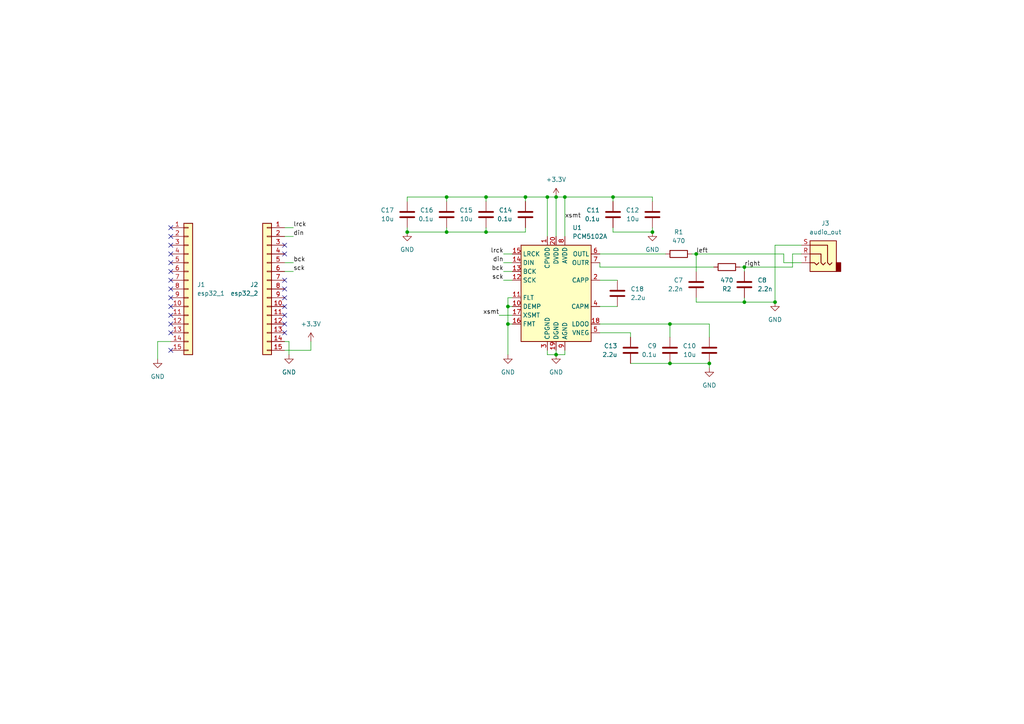
<source format=kicad_sch>
(kicad_sch (version 20230121) (generator eeschema)
  (paper "A4")
  (lib_symbols
    (symbol "Audio:PCM5102A"
      (property "Reference" "U" (at -10.16 13.97 0))
      (property "Value" "PCM5102A" (at 3.81 13.97 0))
      (symbol "PCM5102A_0_1"
        (rectangle (start -10.16 12.7) (end 10.16 -15.24) (stroke (width 0.254)) (fill (type background)))
      )
      (symbol "PCM5102A_1_1"
        (pin passive line (at -2.54 15.24 270) (length 2.54) (name "CPVDD") (number "1"))
        (pin input line (at -12.7 -5.08 0) (length 2.54) (name "DEMP") (number "10"))
        (pin input line (at -12.7 -2.54 0) (length 2.54) (name "FLT") (number "11"))
        (pin input line (at -12.7 2.54 0) (length 2.54) (name "SCK") (number "12"))
        (pin input line (at -12.7 5.08 0) (length 2.54) (name "BCK") (number "13"))
        (pin input line (at -12.7 7.62 0) (length 2.54) (name "DIN") (number "14"))
        (pin input line (at -12.7 10.16 0) (length 2.54) (name "LRCK") (number "15"))
        (pin input line (at -12.7 -10.16 0) (length 2.54) (name "FMT") (number "16"))
        (pin input line (at -12.7 -7.62 0) (length 2.54) (name "XSMT") (number "17"))
        (pin passive line (at 12.7 -10.16 180) (length 2.54) (name "LDOO") (number "18"))
        (pin power_in line (at 0 -17.78 90) (length 2.54) (name "DGND") (number "19"))
        (pin passive line (at 12.7 2.54 180) (length 2.54) (name "CAPP") (number "2"))
        (pin power_in line (at 0 15.24 270) (length 2.54) (name "DVDD") (number "20"))
        (pin power_in line (at -2.54 -17.78 90) (length 2.54) (name "CPGND") (number "3"))
        (pin passive line (at 12.7 -5.08 180) (length 2.54) (name "CAPM") (number "4"))
        (pin passive line (at 12.7 -12.7 180) (length 2.54) (name "VNEG") (number "5"))
        (pin output line (at 12.7 10.16 180) (length 2.54) (name "OUTL") (number "6"))
        (pin output line (at 12.7 7.62 180) (length 2.54) (name "OUTR") (number "7"))
        (pin power_in line (at 2.54 15.24 270) (length 2.54) (name "AVDD") (number "8"))
        (pin power_in line (at 2.54 -17.78 90) (length 2.54) (name "AGND") (number "9"))
      )
    )
    (symbol "Connector_Audio:AudioJack3"
      (property "Reference" "J3" (at -1.905 8.89 0))
      (property "Value" "audio_out" (at -1.905 6.35 0))
      (symbol "AudioJack3_0_1"
        (rectangle (start -5.08 -5.08) (end -6.35 -2.54) (stroke (width 0.254)) (fill (type outline)))
        (polyline (pts (xy 0 -2.54) (xy 0.635 -3.175) (xy 1.27 -2.54) (xy 2.54 -2.54)) (stroke (width 0.254)))
        (polyline (pts (xy -1.905 -2.54) (xy -1.27 -3.175) (xy -0.635 -2.54) (xy -0.635 0) (xy 2.54 0)) (stroke (width 0.254)))
        (polyline (pts (xy 2.54 2.54) (xy -2.54 2.54) (xy -2.54 -2.54) (xy -3.175 -3.175) (xy -3.81 -2.54)) (stroke (width 0.254)))
        (rectangle (start 2.54 3.81) (end -5.08 -5.08) (stroke (width 0.254)) (fill (type background)))
      )
      (symbol "AudioJack3_1_1"
        (pin passive line (at 5.08 0 180) (length 2.54) (name "~") (number "R"))
        (pin passive line (at 5.08 2.54 180) (length 2.54) (name "~") (number "S"))
        (pin passive line (at 5.08 -2.54 180) (length 2.54) (name "~") (number "T"))
      )
    )
    (symbol "Connector_Generic:Conn_01x15" (pin_names (offset 1.016) hide)
      (property "Reference" "J" (at 0 20.32 0))
      (property "Value" "Conn_01x15" (at 0 -20.32 0))
      (symbol "Conn_01x15_1_1"
        (rectangle (start -1.27 -17.653) (end 0 -17.907) (stroke (width 0.1524)))
        (rectangle (start -1.27 -15.113) (end 0 -15.367) (stroke (width 0.1524)))
        (rectangle (start -1.27 -12.573) (end 0 -12.827) (stroke (width 0.1524)))
        (rectangle (start -1.27 -10.033) (end 0 -10.287) (stroke (width 0.1524)))
        (rectangle (start -1.27 -7.493) (end 0 -7.747) (stroke (width 0.1524)))
        (rectangle (start -1.27 -4.953) (end 0 -5.207) (stroke (width 0.1524)))
        (rectangle (start -1.27 -2.413) (end 0 -2.667) (stroke (width 0.1524)))
        (rectangle (start -1.27 0.127) (end 0 -0.127) (stroke (width 0.1524)))
        (rectangle (start -1.27 2.667) (end 0 2.413) (stroke (width 0.1524)))
        (rectangle (start -1.27 5.207) (end 0 4.953) (stroke (width 0.1524)))
        (rectangle (start -1.27 7.747) (end 0 7.493) (stroke (width 0.1524)))
        (rectangle (start -1.27 10.287) (end 0 10.033) (stroke (width 0.1524)))
        (rectangle (start -1.27 12.827) (end 0 12.573) (stroke (width 0.1524)))
        (rectangle (start -1.27 15.367) (end 0 15.113) (stroke (width 0.1524)))
        (rectangle (start -1.27 17.907) (end 0 17.653) (stroke (width 0.1524)))
        (rectangle (start -1.27 19.05) (end 1.27 -19.05) (stroke (width 0.254)) (fill (type background)))
        (pin passive line (at -5.08 17.78 0) (length 3.81) (name "Pin_1") (number "1"))
        (pin passive line (at -5.08 -5.08 0) (length 3.81) (name "Pin_10") (number "10"))
        (pin passive line (at -5.08 -7.62 0) (length 3.81) (name "Pin_11") (number "11"))
        (pin passive line (at -5.08 -10.16 0) (length 3.81) (name "Pin_12") (number "12"))
        (pin passive line (at -5.08 -12.7 0) (length 3.81) (name "Pin_13") (number "13"))
        (pin passive line (at -5.08 -15.24 0) (length 3.81) (name "Pin_14") (number "14"))
        (pin passive line (at -5.08 -17.78 0) (length 3.81) (name "Pin_15") (number "15"))
        (pin passive line (at -5.08 15.24 0) (length 3.81) (name "Pin_2") (number "2"))
        (pin passive line (at -5.08 12.7 0) (length 3.81) (name "Pin_3") (number "3"))
        (pin passive line (at -5.08 10.16 0) (length 3.81) (name "Pin_4") (number "4"))
        (pin passive line (at -5.08 7.62 0) (length 3.81) (name "Pin_5") (number "5"))
        (pin passive line (at -5.08 5.08 0) (length 3.81) (name "Pin_6") (number "6"))
        (pin passive line (at -5.08 2.54 0) (length 3.81) (name "Pin_7") (number "7"))
        (pin passive line (at -5.08 0 0) (length 3.81) (name "Pin_8") (number "8"))
        (pin passive line (at -5.08 -2.54 0) (length 3.81) (name "Pin_9") (number "9"))
      )
    )
    (symbol "Device:C" (pin_numbers hide) (pin_names (offset 0.254))
      (property "Reference" "C" (at 0.635 2.54 0))
      (property "Value" "C" (at 0.635 -2.54 0))
      (symbol "C_0_1"
        (polyline (pts (xy -2.032 -0.762) (xy 2.032 -0.762)) (stroke (width 0.508)))
        (polyline (pts (xy -2.032 0.762) (xy 2.032 0.762)) (stroke (width 0.508)))
      )
      (symbol "C_1_1"
        (pin passive line (at 0 3.81 270) (length 2.794) (name "~") (number "1"))
        (pin passive line (at 0 -3.81 90) (length 2.794) (name "~") (number "2"))
      )
    )
    (symbol "Device:R" (pin_numbers hide) (pin_names (offset 0))
      (property "Reference" "R" (at 2.032 0 90))
      (property "Value" "R" (at 0 0 90))
      (symbol "R_0_1"
        (rectangle (start -1.016 -2.54) (end 1.016 2.54) (stroke (width 0.254)))
      )
      (symbol "R_1_1"
        (pin passive line (at 0 3.81 270) (length 1.27) (name "~") (number "1"))
        (pin passive line (at 0 -3.81 90) (length 1.27) (name "~") (number "2"))
      )
    )
    (symbol "power:+3.3V" (power) (pin_names (offset 0))
      (property "Value" "+3.3V" (at 0 3.556 0))
      (symbol "+3.3V_0_1"
        (polyline (pts (xy -0.762 1.27) (xy 0 2.54)))
        (polyline (pts (xy 0 0) (xy 0 2.54)))
        (polyline (pts (xy 0 2.54) (xy 0.762 1.27)))
      )
      (symbol "+3.3V_1_1"
        (pin power_in line (at 0 0 90) (length 0) hide (name "+3.3V") (number "1"))
      )
    )
    (symbol "power:GND" (power) (pin_names (offset 0))
      (property "Value" "GND" (at 0 -3.81 0))
      (symbol "GND_0_1"
        (polyline (pts (xy 0 0) (xy 0 -1.27) (xy 1.27 -1.27) (xy 0 -2.54) (xy -1.27 -1.27) (xy 0 -1.27)))
      )
      (symbol "GND_1_1"
        (pin power_in line (at 0 0 270) (length 0) hide (name "GND") (number "1"))
      )
    )
  )
  (junction (at 189.23 67.31))
  (junction (at 224.79 87.63))
  (junction (at 140.97 57.15))
  (junction (at 215.9 87.63))
  (junction (at 194.31 93.98))
  (junction (at 201.93 73.66))
  (junction (at 163.83 57.15))
  (junction (at 147.32 93.98))
  (junction (at 147.32 88.9))
  (junction (at 158.75 57.15))
  (junction (at 194.31 105.41))
  (junction (at 205.74 105.41))
  (junction (at 129.54 67.31))
  (junction (at 140.97 67.31))
  (junction (at 152.4 57.15))
  (junction (at 129.54 57.15))
  (junction (at 118.11 67.31))
  (junction (at 177.8 57.15))
  (junction (at 161.29 102.87))
  (junction (at 215.9 77.47))
  (junction (at 161.29 57.15))
  (no_connect (at 82.55 96.52))
  (no_connect (at 82.55 91.44))
  (no_connect (at 82.55 86.36))
  (no_connect (at 49.53 68.58))
  (no_connect (at 49.53 101.6))
  (no_connect (at 49.53 83.82))
  (no_connect (at 82.55 93.98))
  (no_connect (at 49.53 78.74))
  (no_connect (at 49.53 93.98))
  (no_connect (at 49.53 81.28))
  (no_connect (at 82.55 83.82))
  (no_connect (at 49.53 86.36))
  (no_connect (at 49.53 88.9))
  (no_connect (at 82.55 71.12))
  (no_connect (at 49.53 76.2))
  (no_connect (at 49.53 73.66))
  (no_connect (at 82.55 81.28))
  (no_connect (at 82.55 73.66))
  (no_connect (at 82.55 88.9))
  (no_connect (at 49.53 96.52))
  (no_connect (at 49.53 66.04))
  (no_connect (at 49.53 91.44))
  (no_connect (at 49.53 71.12))
  (wire (pts (xy 205.74 97.79) (xy 205.74 93.98)))
  (wire (pts (xy 215.9 77.47) (xy 214.63 77.47)))
  (wire (pts (xy 163.83 57.15) (xy 163.83 68.58)))
  (wire (pts (xy 215.9 87.63) (xy 215.9 86.36)))
  (wire (pts (xy 189.23 67.31) (xy 189.23 66.04)))
  (wire (pts (xy 45.72 99.06) (xy 49.53 99.06)))
  (wire (pts (xy 161.29 57.15) (xy 158.75 57.15)))
  (wire (pts (xy 148.59 93.98) (xy 147.32 93.98)))
  (wire (pts (xy 82.55 99.06) (xy 83.82 99.06)))
  (wire (pts (xy 215.9 87.63) (xy 224.79 87.63)))
  (wire (pts (xy 158.75 57.15) (xy 158.75 68.58)))
  (wire (pts (xy 144.78 91.44) (xy 148.59 91.44)))
  (wire (pts (xy 232.41 73.66) (xy 229.87 73.66)))
  (wire (pts (xy 83.82 99.06) (xy 83.82 102.87)))
  (wire (pts (xy 194.31 105.41) (xy 205.74 105.41)))
  (wire (pts (xy 152.4 67.31) (xy 140.97 67.31)))
  (wire (pts (xy 200.66 73.66) (xy 201.93 73.66)))
  (wire (pts (xy 146.05 78.74) (xy 148.59 78.74)))
  (wire (pts (xy 177.8 57.15) (xy 177.8 58.42)))
  (wire (pts (xy 177.8 67.31) (xy 189.23 67.31)))
  (wire (pts (xy 147.32 86.36) (xy 147.32 88.9)))
  (wire (pts (xy 189.23 57.15) (xy 177.8 57.15)))
  (wire (pts (xy 229.87 77.47) (xy 215.9 77.47)))
  (wire (pts (xy 158.75 57.15) (xy 152.4 57.15)))
  (wire (pts (xy 161.29 101.6) (xy 161.29 102.87)))
  (wire (pts (xy 146.05 76.2) (xy 148.59 76.2)))
  (wire (pts (xy 90.17 99.06) (xy 90.17 101.6)))
  (wire (pts (xy 140.97 66.04) (xy 140.97 67.31)))
  (wire (pts (xy 201.93 87.63) (xy 215.9 87.63)))
  (wire (pts (xy 85.09 68.58) (xy 82.55 68.58)))
  (wire (pts (xy 182.88 97.79) (xy 182.88 96.52)))
  (wire (pts (xy 129.54 57.15) (xy 129.54 58.42)))
  (wire (pts (xy 152.4 66.04) (xy 152.4 67.31)))
  (wire (pts (xy 177.8 66.04) (xy 177.8 67.31)))
  (wire (pts (xy 229.87 73.66) (xy 229.87 77.47)))
  (wire (pts (xy 85.09 78.74) (xy 82.55 78.74)))
  (wire (pts (xy 173.99 96.52) (xy 182.88 96.52)))
  (wire (pts (xy 194.31 93.98) (xy 194.31 97.79)))
  (wire (pts (xy 152.4 57.15) (xy 140.97 57.15)))
  (wire (pts (xy 140.97 57.15) (xy 140.97 58.42)))
  (wire (pts (xy 161.29 102.87) (xy 158.75 102.87)))
  (wire (pts (xy 163.83 101.6) (xy 163.83 102.87)))
  (wire (pts (xy 129.54 67.31) (xy 118.11 67.31)))
  (wire (pts (xy 232.41 76.2) (xy 227.33 76.2)))
  (wire (pts (xy 129.54 66.04) (xy 129.54 67.31)))
  (wire (pts (xy 118.11 67.31) (xy 118.11 66.04)))
  (wire (pts (xy 146.05 81.28) (xy 148.59 81.28)))
  (wire (pts (xy 85.09 76.2) (xy 82.55 76.2)))
  (wire (pts (xy 152.4 57.15) (xy 152.4 58.42)))
  (wire (pts (xy 147.32 88.9) (xy 148.59 88.9)))
  (wire (pts (xy 194.31 93.98) (xy 205.74 93.98)))
  (wire (pts (xy 205.74 106.68) (xy 205.74 105.41)))
  (wire (pts (xy 158.75 102.87) (xy 158.75 101.6)))
  (wire (pts (xy 215.9 78.74) (xy 215.9 77.47)))
  (wire (pts (xy 85.09 66.04) (xy 82.55 66.04)))
  (wire (pts (xy 148.59 86.36) (xy 147.32 86.36)))
  (wire (pts (xy 140.97 57.15) (xy 129.54 57.15)))
  (wire (pts (xy 118.11 57.15) (xy 118.11 58.42)))
  (wire (pts (xy 173.99 88.9) (xy 179.07 88.9)))
  (wire (pts (xy 163.83 102.87) (xy 161.29 102.87)))
  (wire (pts (xy 173.99 77.47) (xy 173.99 76.2)))
  (wire (pts (xy 227.33 76.2) (xy 227.33 73.66)))
  (wire (pts (xy 140.97 67.31) (xy 129.54 67.31)))
  (wire (pts (xy 173.99 77.47) (xy 207.01 77.47)))
  (wire (pts (xy 161.29 57.15) (xy 161.29 68.58)))
  (wire (pts (xy 163.83 57.15) (xy 161.29 57.15)))
  (wire (pts (xy 45.72 104.14) (xy 45.72 99.06)))
  (wire (pts (xy 201.93 73.66) (xy 201.93 78.74)))
  (wire (pts (xy 232.41 71.12) (xy 224.79 71.12)))
  (wire (pts (xy 173.99 93.98) (xy 194.31 93.98)))
  (wire (pts (xy 90.17 101.6) (xy 82.55 101.6)))
  (wire (pts (xy 146.05 73.66) (xy 148.59 73.66)))
  (wire (pts (xy 182.88 105.41) (xy 194.31 105.41)))
  (wire (pts (xy 189.23 58.42) (xy 189.23 57.15)))
  (wire (pts (xy 129.54 57.15) (xy 118.11 57.15)))
  (wire (pts (xy 177.8 57.15) (xy 163.83 57.15)))
  (wire (pts (xy 147.32 93.98) (xy 147.32 102.87)))
  (wire (pts (xy 224.79 71.12) (xy 224.79 87.63)))
  (wire (pts (xy 147.32 88.9) (xy 147.32 93.98)))
  (wire (pts (xy 227.33 73.66) (xy 201.93 73.66)))
  (wire (pts (xy 173.99 73.66) (xy 193.04 73.66)))
  (wire (pts (xy 173.99 81.28) (xy 179.07 81.28)))
  (wire (pts (xy 201.93 87.63) (xy 201.93 86.36)))
  (label "din" (at 85.09 68.58 0))
  (label "sck" (at 146.05 81.28 180))
  (label "lrck" (at 85.09 66.04 0))
  (label "xsmt" (at 163.83 63.5 0))
  (label "right" (at 215.9 77.47 0))
  (label "bck" (at 85.09 76.2 0))
  (label "sck" (at 85.09 78.74 0))
  (label "din" (at 146.05 76.2 180))
  (label "xsmt" (at 144.78 91.44 180))
  (label "lrck" (at 146.05 73.66 180))
  (label "left" (at 201.93 73.66 0))
  (label "bck" (at 146.05 78.74 180))
  (symbol (lib_id "Audio:PCM5102A") (at 161.29 83.82 0) (unit 1)
    (property "Reference" "U1" (at 166.0241 66.04 0) (effects (justify left)))
    (property "Value" "PCM5102A" (at 166.0241 68.58 0) (effects (justify left)))
    (property "Footprint" "Package_SO:TSSOP-20_4.4x6.5mm_P0.65mm" (effects hide))
    (property "Datasheet" "https://www.ti.com/lit/ds/symlink/pcm5102a.pdf" (effects hide))
    (property "Link" "https://jlcpcb.com/partdetail/TexasInstruments-PCM5102APWR/C107671" (effects hide))
    (property "Unit Price" " $1.4820 " (effects hide))
  )
  (symbol (lib_id "Connector_Generic:Conn_01x15") (at 54.61 83.82 0) (unit 1)
    (property "Reference" "J1" (at 57.15 82.55 0) (effects (justify left)))
    (property "Value" "esp32_1" (at 57.15 85.09 0) (effects (justify left)))
    (property "Footprint" "Connector_PinSocket_2.54mm:PinSocket_1x15_P2.54mm_Vertical" (effects hide))
    (property "Link" "https://jlcpcb.com/partdetail/Hctl-PM254_1_15_Z_85/C2897378" (effects hide))
    (property "Unit Price" " $0.2109 " (effects hide))
  )
  (symbol (lib_id "power:GND") (at 189.23 67.31 0) (unit 1)
    (property "Reference" "#PWR011" (effects hide))
    (property "Value" "GND" (at 189.23 72.39 0))
  )
  (symbol (lib_id "Device:R") (at 210.82 77.47 90) (mirror x) (unit 1)
    (property "Reference" "R2" (at 210.82 83.82 90))
    (property "Value" "470" (at 210.82 81.28 90))
    (property "Footprint" "R_0805_2012Metric" (effects hide))
    (property "Link" "https://jlcpcb.com/partdetail/Kamaya-RMC1_10471JTP/C908864" (effects hide))
    (property "Unit Price" "$0.0019" (effects hide))
  )
  (symbol (lib_id "Device:C") (at 129.54 62.23 0) (unit 1)
    (property "Reference" "C16" (at 125.73 60.96 0) (effects (justify right)))
    (property "Value" "0.1u" (at 125.73 63.5 0) (effects (justify right)))
    (property "Footprint" "C_0805_2012Metric" (effects hide))
    (property "Link" "https://jlcpcb.com/partdetail/Walsin_TechCorp-0805B104K101CT/C77456" (effects hide))
    (property "Unit Price" " $0.0045 " (effects hide))
  )
  (symbol (lib_id "power:GND") (at 224.79 87.63 0) (unit 1)
    (property "Reference" "#PWR09" (effects hide))
    (property "Value" "GND" (at 224.79 92.71 0))
  )
  (symbol (lib_id "power:GND") (at 45.72 104.14 0) (unit 1)
    (property "Reference" "#PWR05" (effects hide))
    (property "Value" "GND" (at 45.72 109.22 0))
  )
  (symbol (lib_id "Device:C") (at 152.4 62.23 0) (unit 1)
    (property "Reference" "C14" (at 148.59 60.96 0) (effects (justify right)))
    (property "Value" "0.1u" (at 148.59 63.5 0) (effects (justify right)))
    (property "Footprint" "C_0805_2012Metric" (effects hide))
    (property "Link" "https://jlcpcb.com/partdetail/Walsin_TechCorp-0805B104K101CT/C77456" (effects hide))
    (property "Unit Price" " $0.0045 " (effects hide))
  )
  (symbol (lib_id "Device:C") (at 194.31 101.6 0) (unit 1)
    (property "Reference" "C9" (at 190.5 100.33 0) (effects (justify right)))
    (property "Value" "0.1u" (at 190.5 102.87 0) (effects (justify right)))
    (property "Footprint" "C_0805_2012Metric" (effects hide))
    (property "Link" "https://jlcpcb.com/partdetail/Walsin_TechCorp-0805B104K101CT/C77456" (effects hide))
    (property "Unit Price" " $0.0045 " (effects hide))
  )
  (symbol (lib_id "Device:C") (at 182.88 101.6 0) (unit 1)
    (property "Reference" "C13" (at 179.07 100.33 0) (effects (justify right)))
    (property "Value" "2.2u" (at 179.07 102.87 0) (effects (justify right)))
    (property "Footprint" "C_0805_2012Metric" (effects hide))
    (property "Link" "https://jlcpcb.com/partdetail/19814-CL21B225KAFNNNE/C19110" (effects hide))
    (property "Unit Price" " $0.0128 " (effects hide))
  )
  (symbol (lib_id "Device:C") (at 177.8 62.23 0) (unit 1)
    (property "Reference" "C11" (at 173.99 60.96 0) (effects (justify right)))
    (property "Value" "0.1u" (at 173.99 63.5 0) (effects (justify right)))
    (property "Footprint" "C_0805_2012Metric" (effects hide))
    (property "Link" "https://jlcpcb.com/partdetail/Walsin_TechCorp-0805B104K101CT/C77456" (effects hide))
    (property "Unit Price" " $0.0045 " (effects hide))
  )
  (symbol (lib_id "power:GND") (at 161.29 102.87 0) (unit 1)
    (property "Reference" "#PWR01" (effects hide))
    (property "Value" "GND" (at 161.29 107.95 0))
  )
  (symbol (lib_id "power:+3.3V") (at 161.29 57.15 0) (unit 1)
    (property "Reference" "#PWR02" (effects hide))
    (property "Value" "+3.3V" (at 161.29 52.07 0))
  )
  (symbol (lib_id "Device:C") (at 118.11 62.23 0) (unit 1)
    (property "Reference" "C17" (at 114.3 60.96 0) (effects (justify right)))
    (property "Value" "10u" (at 114.3 63.5 0) (effects (justify right)))
    (property "Footprint" "C_0805_2012Metric" (effects hide))
    (property "Link" "https://jlcpcb.com/partdetail/MurataElectronics-GRM21BR61E106KA73L/C84416" (effects hide))
    (property "Unit Price" " $0.0168 " (effects hide))
  )
  (symbol (lib_id "power:GND") (at 205.74 106.68 0) (unit 1)
    (property "Reference" "#PWR010" (effects hide))
    (property "Value" "GND" (at 205.74 111.76 0))
  )
  (symbol (lib_id "Device:C") (at 205.74 101.6 0) (unit 1)
    (property "Reference" "C10" (at 201.93 100.33 0) (effects (justify right)))
    (property "Value" "10u" (at 201.93 102.87 0) (effects (justify right)))
    (property "Footprint" "C_0805_2012Metric" (effects hide))
    (property "Link" "https://jlcpcb.com/partdetail/MurataElectronics-GRM21BR61E106KA73L/C84416" (effects hide))
    (property "Unit Price" " $0.0168 " (effects hide))
  )
  (symbol (lib_id "Device:C") (at 201.93 82.55 0) (unit 1)
    (property "Reference" "C7" (at 198.12 81.28 0) (effects (justify right)))
    (property "Value" "2.2n" (at 198.12 83.82 0) (effects (justify right)))
    (property "Footprint" "C_0805_2012Metric" (effects hide))
    (property "Link" "https://jlcpcb.com/partdetail/Walsin_TechCorp-0805N222J101CT/C2875527" (effects hide))
    (property "Unit Price" " $0.0188 " (effects hide))
  )
  (symbol (lib_id "Device:C") (at 215.9 82.55 0) (mirror y) (unit 1)
    (property "Reference" "C8" (at 219.71 81.28 0) (effects (justify right)))
    (property "Value" "2.2n" (at 219.71 83.82 0) (effects (justify right)))
    (property "Footprint" "C_0805_2012Metric" (effects hide))
    (property "Link" "https://jlcpcb.com/partdetail/Walsin_TechCorp-0805N222J101CT/C2875527" (effects hide))
    (property "Unit Price" " $0.0188 " (effects hide))
  )
  (symbol (lib_id "power:+3.3V") (at 90.17 99.06 0) (unit 1)
    (property "Reference" "#PWR03" (effects hide))
    (property "Value" "+3.3V" (at 90.17 93.98 0))
  )
  (symbol (lib_id "Connector_Audio:AudioJack3") (at 237.49 73.66 0) (mirror y) (unit 1)
    (property "Reference" "J3" (at 239.395 64.77 0))
    (property "Value" "audio_out" (at 239.395 67.31 0))
    (property "Footprint" "audio-jack:BOOMELE_PJ-320B" (effects hide))
    (property "Link" "https://jlcpcb.com/partdetail/boomele_boom_Precision_elec-C18594/C18594" (effects hide))
    (property "Unit Price" " $0.0491 " (effects hide))
  )
  (symbol (lib_id "power:GND") (at 83.82 102.87 0) (unit 1)
    (property "Reference" "#PWR04" (effects hide))
    (property "Value" "GND" (at 83.82 107.95 0))
  )
  (symbol (lib_id "Device:C") (at 189.23 62.23 0) (unit 1)
    (property "Reference" "C12" (at 185.42 60.96 0) (effects (justify right)))
    (property "Value" "10u" (at 185.42 63.5 0) (effects (justify right)))
    (property "Footprint" "C_0805_2012Metric" (effects hide))
    (property "Link" "https://jlcpcb.com/partdetail/MurataElectronics-GRM21BR61E106KA73L/C84416" (effects hide))
    (property "Unit Price" " $0.0168 " (effects hide))
  )
  (symbol (lib_id "power:GND") (at 118.11 67.31 0) (unit 1)
    (property "Reference" "#PWR013" (effects hide))
    (property "Value" "GND" (at 118.11 72.39 0))
  )
  (symbol (lib_id "power:GND") (at 147.32 102.87 0) (unit 1)
    (property "Reference" "#PWR014" (effects hide))
    (property "Value" "GND" (at 147.32 107.95 0))
  )
  (symbol (lib_id "Device:C") (at 179.07 85.09 0) (mirror y) (unit 1)
    (property "Reference" "C18" (at 182.88 83.82 0) (effects (justify right)))
    (property "Value" "2.2u" (at 182.88 86.36 0) (effects (justify right)))
    (property "Footprint" "C_0805_2012Metric" (effects hide))
    (property "Link" "https://jlcpcb.com/partdetail/19814-CL21B225KAFNNNE/C19110" (effects hide))
    (property "Unit Price" " $0.0128 " (effects hide))
  )
  (symbol (lib_id "Connector_Generic:Conn_01x15") (at 77.47 83.82 0) (mirror y) (unit 1)
    (property "Reference" "J2" (at 74.93 82.55 0) (effects (justify left)))
    (property "Value" "esp32_2" (at 74.93 85.09 0) (effects (justify left)))
    (property "Footprint" "Connector_PinSocket_2.54mm:PinSocket_1x15_P2.54mm_Vertical" (effects hide))
    (property "Link" "https://jlcpcb.com/partdetail/Hctl-PM254_1_15_Z_85/C2897378" (effects hide))
    (property "Unit Price" " $0.2109 " (effects hide))
  )
  (symbol (lib_id "Device:C") (at 140.97 62.23 0) (unit 1)
    (property "Reference" "C15" (at 137.16 60.96 0) (effects (justify right)))
    (property "Value" "10u" (at 137.16 63.5 0) (effects (justify right)))
    (property "Footprint" "C_0805_2012Metric" (effects hide))
    (property "Link" "https://jlcpcb.com/partdetail/MurataElectronics-GRM21BR61E106KA73L/C84416" (effects hide))
    (property "Unit Price" " $0.0168 " (effects hide))
  )
  (symbol (lib_id "Device:R") (at 196.85 73.66 90) (unit 1)
    (property "Reference" "R1" (at 196.85 67.31 90))
    (property "Value" "470" (at 196.85 69.85 90))
    (property "Footprint" "R_0805_2012Metric" (effects hide))
    (property "Link" "https://jlcpcb.com/partdetail/Kamaya-RMC1_10471JTP/C908864" (effects hide))
    (property "Unit Price" "$0.0019" (effects hide))
  )
)
</source>
